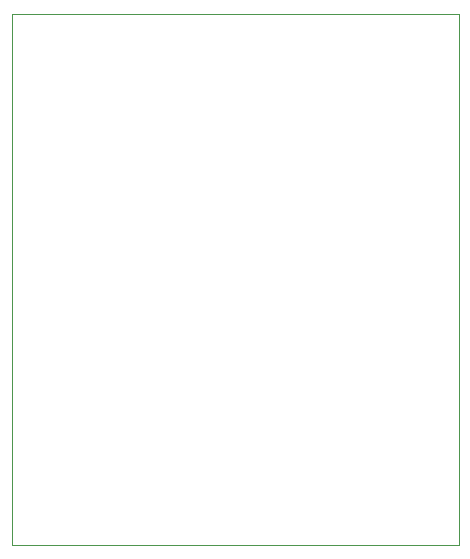
<source format=gbr>
G04 #@! TF.GenerationSoftware,KiCad,Pcbnew,5.1.5+dfsg1-2build2*
G04 #@! TF.CreationDate,2021-07-15T15:49:03-05:00*
G04 #@! TF.ProjectId,DIN_RAIL_POE_INJECTOR,44494e5f-5241-4494-9c5f-504f455f494e,rev?*
G04 #@! TF.SameCoordinates,Original*
G04 #@! TF.FileFunction,Profile,NP*
%FSLAX46Y46*%
G04 Gerber Fmt 4.6, Leading zero omitted, Abs format (unit mm)*
G04 Created by KiCad (PCBNEW 5.1.5+dfsg1-2build2) date 2021-07-15 15:49:03*
%MOMM*%
%LPD*%
G04 APERTURE LIST*
%ADD10C,0.050000*%
G04 APERTURE END LIST*
D10*
X137890000Y-100000000D02*
X137890000Y-145000000D01*
X100000000Y-100000000D02*
X100000000Y-145000000D01*
X100000000Y-145000000D02*
X137890000Y-145000000D01*
X100000000Y-100000000D02*
X137890000Y-100000000D01*
M02*

</source>
